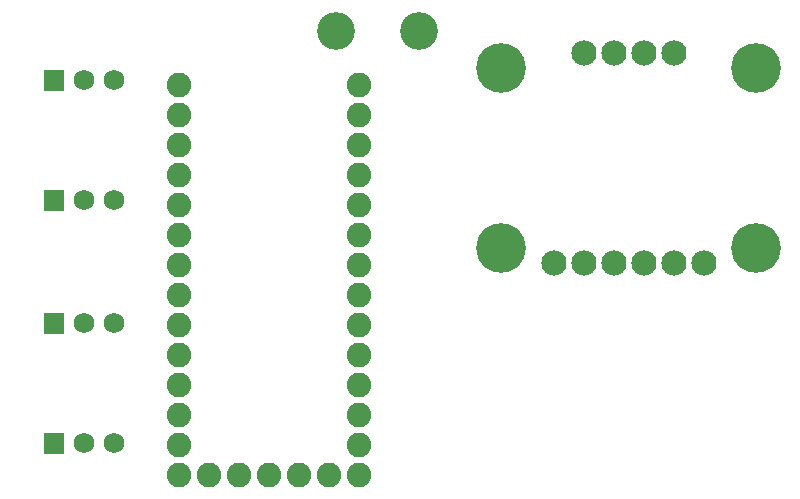
<source format=gts>
G04 Layer: TopSolderMaskLayer*
G04 EasyEDA v6.4.7, 2020-12-21T22:23:32--5:00*
G04 5785efef075e4ba8b8defaa2645dbc96,facf1f7924c443e9b0c18128cc6508d2,10*
G04 Gerber Generator version 0.2*
G04 Scale: 100 percent, Rotated: No, Reflected: No *
G04 Dimensions in millimeters *
G04 leading zeros omitted , absolute positions ,3 integer and 3 decimal *
%FSLAX33Y33*%
%MOMM*%
G90*
D02*

%ADD23C,3.203194*%
%ADD24C,4.203192*%
%ADD25C,2.133600*%
%ADD27C,1.727200*%
%ADD28C,2.082800*%

%LPD*%
G54D23*
G01X51689Y48260D03*
G01X58674Y48260D03*
G54D24*
G01X65659Y45085D03*
G01X65659Y29845D03*
G54D25*
G01X82804Y28575D03*
G01X80264Y28575D03*
G01X77724Y28575D03*
G01X75184Y28575D03*
G01X72644Y28575D03*
G01X70104Y28575D03*
G01X80264Y46355D03*
G01X77724Y46355D03*
G01X75184Y46355D03*
G01X72644Y46355D03*
G54D24*
G01X87249Y45085D03*
G01X87249Y29845D03*
G36*
G01X26949Y12471D02*
G01X26949Y14198D01*
G01X28676Y14198D01*
G01X28676Y12471D01*
G01X26949Y12471D01*
G37*
G54D27*
G01X30353Y13335D03*
G01X32893Y13335D03*
G36*
G01X26949Y22631D02*
G01X26949Y24358D01*
G01X28676Y24358D01*
G01X28676Y22631D01*
G01X26949Y22631D01*
G37*
G01X30353Y23495D03*
G01X32893Y23495D03*
G36*
G01X26949Y33045D02*
G01X26949Y34772D01*
G01X28676Y34772D01*
G01X28676Y33045D01*
G01X26949Y33045D01*
G37*
G01X30353Y33909D03*
G01X32893Y33909D03*
G36*
G01X26949Y43205D02*
G01X26949Y44932D01*
G01X28676Y44932D01*
G01X28676Y43205D01*
G01X26949Y43205D01*
G37*
G01X30353Y44069D03*
G01X32893Y44069D03*
G54D28*
G01X38354Y43688D03*
G01X38354Y41148D03*
G01X38354Y38608D03*
G01X38354Y36068D03*
G01X38354Y33528D03*
G01X38354Y30988D03*
G01X38354Y28448D03*
G01X38354Y25908D03*
G01X38354Y23368D03*
G01X38354Y20828D03*
G01X38354Y18288D03*
G01X38354Y15748D03*
G01X38354Y13208D03*
G01X38354Y10668D03*
G01X40894Y10668D03*
G01X43434Y10668D03*
G01X45974Y10668D03*
G01X48514Y10668D03*
G01X51054Y10668D03*
G01X53594Y10668D03*
G01X53594Y13208D03*
G01X53594Y15748D03*
G01X53594Y18288D03*
G01X53594Y20828D03*
G01X53594Y23368D03*
G01X53594Y25908D03*
G01X53594Y28448D03*
G01X53594Y30988D03*
G01X53594Y33528D03*
G01X53594Y36068D03*
G01X53594Y38608D03*
G01X53594Y41148D03*
G01X53594Y43688D03*
M00*
M02*

</source>
